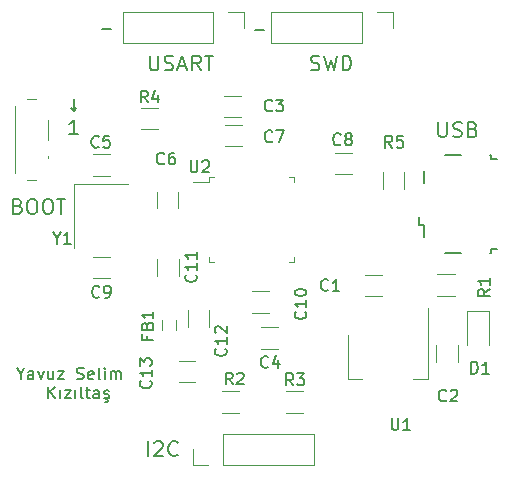
<source format=gbr>
%TF.GenerationSoftware,KiCad,Pcbnew,(6.0.10)*%
%TF.CreationDate,2023-02-14T22:37:11+03:00*%
%TF.ProjectId,BluePill,426c7565-5069-46c6-9c2e-6b696361645f,rev?*%
%TF.SameCoordinates,Original*%
%TF.FileFunction,Legend,Top*%
%TF.FilePolarity,Positive*%
%FSLAX46Y46*%
G04 Gerber Fmt 4.6, Leading zero omitted, Abs format (unit mm)*
G04 Created by KiCad (PCBNEW (6.0.10)) date 2023-02-14 22:37:11*
%MOMM*%
%LPD*%
G01*
G04 APERTURE LIST*
%ADD10C,0.200000*%
%ADD11C,0.150000*%
%ADD12C,0.120000*%
G04 APERTURE END LIST*
D10*
X94764742Y-76539590D02*
X94764742Y-77015780D01*
X94431409Y-76015780D02*
X94764742Y-76539590D01*
X95098076Y-76015780D01*
X95859980Y-77015780D02*
X95859980Y-76491971D01*
X95812361Y-76396733D01*
X95717123Y-76349114D01*
X95526647Y-76349114D01*
X95431409Y-76396733D01*
X95859980Y-76968161D02*
X95764742Y-77015780D01*
X95526647Y-77015780D01*
X95431409Y-76968161D01*
X95383790Y-76872923D01*
X95383790Y-76777685D01*
X95431409Y-76682447D01*
X95526647Y-76634828D01*
X95764742Y-76634828D01*
X95859980Y-76587209D01*
X96240933Y-76349114D02*
X96479028Y-77015780D01*
X96717123Y-76349114D01*
X97526647Y-76349114D02*
X97526647Y-77015780D01*
X97098076Y-76349114D02*
X97098076Y-76872923D01*
X97145695Y-76968161D01*
X97240933Y-77015780D01*
X97383790Y-77015780D01*
X97479028Y-76968161D01*
X97526647Y-76920542D01*
X97907600Y-76349114D02*
X98431409Y-76349114D01*
X97907600Y-77015780D01*
X98431409Y-77015780D01*
X99526647Y-76968161D02*
X99669504Y-77015780D01*
X99907600Y-77015780D01*
X100002838Y-76968161D01*
X100050457Y-76920542D01*
X100098076Y-76825304D01*
X100098076Y-76730066D01*
X100050457Y-76634828D01*
X100002838Y-76587209D01*
X99907600Y-76539590D01*
X99717123Y-76491971D01*
X99621885Y-76444352D01*
X99574266Y-76396733D01*
X99526647Y-76301495D01*
X99526647Y-76206257D01*
X99574266Y-76111019D01*
X99621885Y-76063400D01*
X99717123Y-76015780D01*
X99955219Y-76015780D01*
X100098076Y-76063400D01*
X100907600Y-76968161D02*
X100812361Y-77015780D01*
X100621885Y-77015780D01*
X100526647Y-76968161D01*
X100479028Y-76872923D01*
X100479028Y-76491971D01*
X100526647Y-76396733D01*
X100621885Y-76349114D01*
X100812361Y-76349114D01*
X100907600Y-76396733D01*
X100955219Y-76491971D01*
X100955219Y-76587209D01*
X100479028Y-76682447D01*
X101526647Y-77015780D02*
X101431409Y-76968161D01*
X101383790Y-76872923D01*
X101383790Y-76015780D01*
X101907600Y-77015780D02*
X101907600Y-76349114D01*
X101907600Y-76015780D02*
X101859980Y-76063400D01*
X101907600Y-76111019D01*
X101955219Y-76063400D01*
X101907600Y-76015780D01*
X101907600Y-76111019D01*
X102383790Y-77015780D02*
X102383790Y-76349114D01*
X102383790Y-76444352D02*
X102431409Y-76396733D01*
X102526647Y-76349114D01*
X102669504Y-76349114D01*
X102764742Y-76396733D01*
X102812361Y-76491971D01*
X102812361Y-77015780D01*
X102812361Y-76491971D02*
X102859980Y-76396733D01*
X102955219Y-76349114D01*
X103098076Y-76349114D01*
X103193314Y-76396733D01*
X103240933Y-76491971D01*
X103240933Y-77015780D01*
X97121885Y-78625780D02*
X97121885Y-77625780D01*
X97693314Y-78625780D02*
X97264742Y-78054352D01*
X97693314Y-77625780D02*
X97121885Y-78197209D01*
X98121885Y-78625780D02*
X98121885Y-77959114D01*
X98502838Y-77959114D02*
X99026647Y-77959114D01*
X98502838Y-78625780D01*
X99026647Y-78625780D01*
X99407600Y-78625780D02*
X99407600Y-77959114D01*
X100026647Y-78625780D02*
X99931409Y-78578161D01*
X99883790Y-78482923D01*
X99883790Y-77625780D01*
X100264742Y-77959114D02*
X100645695Y-77959114D01*
X100407600Y-77625780D02*
X100407600Y-78482923D01*
X100455219Y-78578161D01*
X100550457Y-78625780D01*
X100645695Y-78625780D01*
X101407600Y-78625780D02*
X101407600Y-78101971D01*
X101359980Y-78006733D01*
X101264742Y-77959114D01*
X101074266Y-77959114D01*
X100979028Y-78006733D01*
X101407600Y-78578161D02*
X101312361Y-78625780D01*
X101074266Y-78625780D01*
X100979028Y-78578161D01*
X100931409Y-78482923D01*
X100931409Y-78387685D01*
X100979028Y-78292447D01*
X101074266Y-78244828D01*
X101312361Y-78244828D01*
X101407600Y-78197209D01*
X101836171Y-78578161D02*
X101931409Y-78625780D01*
X102121885Y-78625780D01*
X102217123Y-78578161D01*
X102264742Y-78482923D01*
X102264742Y-78435304D01*
X102217123Y-78340066D01*
X102121885Y-78292447D01*
X101979028Y-78292447D01*
X101883790Y-78244828D01*
X101836171Y-78149590D01*
X101836171Y-78101971D01*
X101883790Y-78006733D01*
X101979028Y-77959114D01*
X102121885Y-77959114D01*
X102217123Y-78006733D01*
X102026647Y-78673400D02*
X102121885Y-78721019D01*
X102169504Y-78816257D01*
X102121885Y-78911495D01*
X102026647Y-78959114D01*
X101883790Y-78959114D01*
D11*
X114579447Y-47467828D02*
X115341352Y-47467828D01*
X101625447Y-47315428D02*
X102387352Y-47315428D01*
D10*
X99263200Y-53318445D02*
X99263200Y-54270826D01*
X99501295Y-54032730D02*
X99263200Y-54270826D01*
X99025104Y-54032730D01*
X99620342Y-56283326D02*
X98906057Y-56283326D01*
X99263200Y-56283326D02*
X99263200Y-55033326D01*
X99144152Y-55211897D01*
X99025104Y-55330945D01*
X98906057Y-55390469D01*
X94569571Y-62343914D02*
X94748142Y-62403438D01*
X94807666Y-62462961D01*
X94867190Y-62582009D01*
X94867190Y-62760580D01*
X94807666Y-62879628D01*
X94748142Y-62939152D01*
X94629095Y-62998676D01*
X94152904Y-62998676D01*
X94152904Y-61748676D01*
X94569571Y-61748676D01*
X94688619Y-61808200D01*
X94748142Y-61867723D01*
X94807666Y-61986771D01*
X94807666Y-62105819D01*
X94748142Y-62224866D01*
X94688619Y-62284390D01*
X94569571Y-62343914D01*
X94152904Y-62343914D01*
X95641000Y-61748676D02*
X95879095Y-61748676D01*
X95998142Y-61808200D01*
X96117190Y-61927247D01*
X96176714Y-62165342D01*
X96176714Y-62582009D01*
X96117190Y-62820104D01*
X95998142Y-62939152D01*
X95879095Y-62998676D01*
X95641000Y-62998676D01*
X95521952Y-62939152D01*
X95402904Y-62820104D01*
X95343380Y-62582009D01*
X95343380Y-62165342D01*
X95402904Y-61927247D01*
X95521952Y-61808200D01*
X95641000Y-61748676D01*
X96950523Y-61748676D02*
X97188619Y-61748676D01*
X97307666Y-61808200D01*
X97426714Y-61927247D01*
X97486238Y-62165342D01*
X97486238Y-62582009D01*
X97426714Y-62820104D01*
X97307666Y-62939152D01*
X97188619Y-62998676D01*
X96950523Y-62998676D01*
X96831476Y-62939152D01*
X96712428Y-62820104D01*
X96652904Y-62582009D01*
X96652904Y-62165342D01*
X96712428Y-61927247D01*
X96831476Y-61808200D01*
X96950523Y-61748676D01*
X97843380Y-61748676D02*
X98557666Y-61748676D01*
X98200523Y-62998676D02*
X98200523Y-61748676D01*
X105561361Y-83521876D02*
X105561361Y-82271876D01*
X106097076Y-82390923D02*
X106156600Y-82331400D01*
X106275647Y-82271876D01*
X106573266Y-82271876D01*
X106692314Y-82331400D01*
X106751838Y-82390923D01*
X106811361Y-82509971D01*
X106811361Y-82629019D01*
X106751838Y-82807590D01*
X106037552Y-83521876D01*
X106811361Y-83521876D01*
X108061361Y-83402828D02*
X108001838Y-83462352D01*
X107823266Y-83521876D01*
X107704219Y-83521876D01*
X107525647Y-83462352D01*
X107406600Y-83343304D01*
X107347076Y-83224257D01*
X107287552Y-82986161D01*
X107287552Y-82807590D01*
X107347076Y-82569495D01*
X107406600Y-82450447D01*
X107525647Y-82331400D01*
X107704219Y-82271876D01*
X107823266Y-82271876D01*
X108001838Y-82331400D01*
X108061361Y-82390923D01*
X105716314Y-49607476D02*
X105716314Y-50619380D01*
X105775838Y-50738428D01*
X105835361Y-50797952D01*
X105954409Y-50857476D01*
X106192504Y-50857476D01*
X106311552Y-50797952D01*
X106371076Y-50738428D01*
X106430600Y-50619380D01*
X106430600Y-49607476D01*
X106966314Y-50797952D02*
X107144885Y-50857476D01*
X107442504Y-50857476D01*
X107561552Y-50797952D01*
X107621076Y-50738428D01*
X107680600Y-50619380D01*
X107680600Y-50500333D01*
X107621076Y-50381285D01*
X107561552Y-50321761D01*
X107442504Y-50262238D01*
X107204409Y-50202714D01*
X107085361Y-50143190D01*
X107025838Y-50083666D01*
X106966314Y-49964619D01*
X106966314Y-49845571D01*
X107025838Y-49726523D01*
X107085361Y-49667000D01*
X107204409Y-49607476D01*
X107502028Y-49607476D01*
X107680600Y-49667000D01*
X108156790Y-50500333D02*
X108752028Y-50500333D01*
X108037742Y-50857476D02*
X108454409Y-49607476D01*
X108871076Y-50857476D01*
X110002028Y-50857476D02*
X109585361Y-50262238D01*
X109287742Y-50857476D02*
X109287742Y-49607476D01*
X109763933Y-49607476D01*
X109882980Y-49667000D01*
X109942504Y-49726523D01*
X110002028Y-49845571D01*
X110002028Y-50024142D01*
X109942504Y-50143190D01*
X109882980Y-50202714D01*
X109763933Y-50262238D01*
X109287742Y-50262238D01*
X110359171Y-49607476D02*
X111073457Y-49607476D01*
X110716314Y-50857476D02*
X110716314Y-49607476D01*
X119359971Y-50797952D02*
X119538542Y-50857476D01*
X119836161Y-50857476D01*
X119955209Y-50797952D01*
X120014733Y-50738428D01*
X120074257Y-50619380D01*
X120074257Y-50500333D01*
X120014733Y-50381285D01*
X119955209Y-50321761D01*
X119836161Y-50262238D01*
X119598066Y-50202714D01*
X119479019Y-50143190D01*
X119419495Y-50083666D01*
X119359971Y-49964619D01*
X119359971Y-49845571D01*
X119419495Y-49726523D01*
X119479019Y-49667000D01*
X119598066Y-49607476D01*
X119895685Y-49607476D01*
X120074257Y-49667000D01*
X120490923Y-49607476D02*
X120788542Y-50857476D01*
X121026638Y-49964619D01*
X121264733Y-50857476D01*
X121562352Y-49607476D01*
X122038542Y-50857476D02*
X122038542Y-49607476D01*
X122336161Y-49607476D01*
X122514733Y-49667000D01*
X122633780Y-49786047D01*
X122693304Y-49905095D01*
X122752828Y-50143190D01*
X122752828Y-50321761D01*
X122693304Y-50559857D01*
X122633780Y-50678904D01*
X122514733Y-50797952D01*
X122336161Y-50857476D01*
X122038542Y-50857476D01*
X130147019Y-55246276D02*
X130147019Y-56258180D01*
X130206542Y-56377228D01*
X130266066Y-56436752D01*
X130385114Y-56496276D01*
X130623209Y-56496276D01*
X130742257Y-56436752D01*
X130801780Y-56377228D01*
X130861304Y-56258180D01*
X130861304Y-55246276D01*
X131397019Y-56436752D02*
X131575590Y-56496276D01*
X131873209Y-56496276D01*
X131992257Y-56436752D01*
X132051780Y-56377228D01*
X132111304Y-56258180D01*
X132111304Y-56139133D01*
X132051780Y-56020085D01*
X131992257Y-55960561D01*
X131873209Y-55901038D01*
X131635114Y-55841514D01*
X131516066Y-55781990D01*
X131456542Y-55722466D01*
X131397019Y-55603419D01*
X131397019Y-55484371D01*
X131456542Y-55365323D01*
X131516066Y-55305800D01*
X131635114Y-55246276D01*
X131932733Y-55246276D01*
X132111304Y-55305800D01*
X133063685Y-55841514D02*
X133242257Y-55901038D01*
X133301780Y-55960561D01*
X133361304Y-56079609D01*
X133361304Y-56258180D01*
X133301780Y-56377228D01*
X133242257Y-56436752D01*
X133123209Y-56496276D01*
X132647019Y-56496276D01*
X132647019Y-55246276D01*
X133063685Y-55246276D01*
X133182733Y-55305800D01*
X133242257Y-55365323D01*
X133301780Y-55484371D01*
X133301780Y-55603419D01*
X133242257Y-55722466D01*
X133182733Y-55781990D01*
X133063685Y-55841514D01*
X132647019Y-55841514D01*
D11*
%TO.C,C5*%
X101382533Y-57303942D02*
X101334914Y-57351561D01*
X101192057Y-57399180D01*
X101096819Y-57399180D01*
X100953961Y-57351561D01*
X100858723Y-57256323D01*
X100811104Y-57161085D01*
X100763485Y-56970609D01*
X100763485Y-56827752D01*
X100811104Y-56637276D01*
X100858723Y-56542038D01*
X100953961Y-56446800D01*
X101096819Y-56399180D01*
X101192057Y-56399180D01*
X101334914Y-56446800D01*
X101382533Y-56494419D01*
X102287295Y-56399180D02*
X101811104Y-56399180D01*
X101763485Y-56875371D01*
X101811104Y-56827752D01*
X101906342Y-56780133D01*
X102144438Y-56780133D01*
X102239676Y-56827752D01*
X102287295Y-56875371D01*
X102334914Y-56970609D01*
X102334914Y-57208704D01*
X102287295Y-57303942D01*
X102239676Y-57351561D01*
X102144438Y-57399180D01*
X101906342Y-57399180D01*
X101811104Y-57351561D01*
X101763485Y-57303942D01*
%TO.C,C1*%
X120813533Y-69445142D02*
X120765914Y-69492761D01*
X120623057Y-69540380D01*
X120527819Y-69540380D01*
X120384961Y-69492761D01*
X120289723Y-69397523D01*
X120242104Y-69302285D01*
X120194485Y-69111809D01*
X120194485Y-68968952D01*
X120242104Y-68778476D01*
X120289723Y-68683238D01*
X120384961Y-68588000D01*
X120527819Y-68540380D01*
X120623057Y-68540380D01*
X120765914Y-68588000D01*
X120813533Y-68635619D01*
X121765914Y-69540380D02*
X121194485Y-69540380D01*
X121480200Y-69540380D02*
X121480200Y-68540380D01*
X121384961Y-68683238D01*
X121289723Y-68778476D01*
X121194485Y-68826095D01*
%TO.C,C13*%
X105767142Y-77147657D02*
X105814761Y-77195276D01*
X105862380Y-77338133D01*
X105862380Y-77433371D01*
X105814761Y-77576228D01*
X105719523Y-77671466D01*
X105624285Y-77719085D01*
X105433809Y-77766704D01*
X105290952Y-77766704D01*
X105100476Y-77719085D01*
X105005238Y-77671466D01*
X104910000Y-77576228D01*
X104862380Y-77433371D01*
X104862380Y-77338133D01*
X104910000Y-77195276D01*
X104957619Y-77147657D01*
X105862380Y-76195276D02*
X105862380Y-76766704D01*
X105862380Y-76480990D02*
X104862380Y-76480990D01*
X105005238Y-76576228D01*
X105100476Y-76671466D01*
X105148095Y-76766704D01*
X104862380Y-75861942D02*
X104862380Y-75242895D01*
X105243333Y-75576228D01*
X105243333Y-75433371D01*
X105290952Y-75338133D01*
X105338571Y-75290514D01*
X105433809Y-75242895D01*
X105671904Y-75242895D01*
X105767142Y-75290514D01*
X105814761Y-75338133D01*
X105862380Y-75433371D01*
X105862380Y-75719085D01*
X105814761Y-75814323D01*
X105767142Y-75861942D01*
%TO.C,FB1*%
X105490971Y-73324933D02*
X105490971Y-73658266D01*
X106014780Y-73658266D02*
X105014780Y-73658266D01*
X105014780Y-73182076D01*
X105490971Y-72467790D02*
X105538590Y-72324933D01*
X105586209Y-72277314D01*
X105681447Y-72229695D01*
X105824304Y-72229695D01*
X105919542Y-72277314D01*
X105967161Y-72324933D01*
X106014780Y-72420171D01*
X106014780Y-72801123D01*
X105014780Y-72801123D01*
X105014780Y-72467790D01*
X105062400Y-72372552D01*
X105110019Y-72324933D01*
X105205257Y-72277314D01*
X105300495Y-72277314D01*
X105395733Y-72324933D01*
X105443352Y-72372552D01*
X105490971Y-72467790D01*
X105490971Y-72801123D01*
X106014780Y-71277314D02*
X106014780Y-71848742D01*
X106014780Y-71563028D02*
X105014780Y-71563028D01*
X105157638Y-71658266D01*
X105252876Y-71753504D01*
X105300495Y-71848742D01*
%TO.C,C6*%
X106919733Y-58726342D02*
X106872114Y-58773961D01*
X106729257Y-58821580D01*
X106634019Y-58821580D01*
X106491161Y-58773961D01*
X106395923Y-58678723D01*
X106348304Y-58583485D01*
X106300685Y-58393009D01*
X106300685Y-58250152D01*
X106348304Y-58059676D01*
X106395923Y-57964438D01*
X106491161Y-57869200D01*
X106634019Y-57821580D01*
X106729257Y-57821580D01*
X106872114Y-57869200D01*
X106919733Y-57916819D01*
X107776876Y-57821580D02*
X107586400Y-57821580D01*
X107491161Y-57869200D01*
X107443542Y-57916819D01*
X107348304Y-58059676D01*
X107300685Y-58250152D01*
X107300685Y-58631104D01*
X107348304Y-58726342D01*
X107395923Y-58773961D01*
X107491161Y-58821580D01*
X107681638Y-58821580D01*
X107776876Y-58773961D01*
X107824495Y-58726342D01*
X107872114Y-58631104D01*
X107872114Y-58393009D01*
X107824495Y-58297771D01*
X107776876Y-58250152D01*
X107681638Y-58202533D01*
X107491161Y-58202533D01*
X107395923Y-58250152D01*
X107348304Y-58297771D01*
X107300685Y-58393009D01*
%TO.C,R3*%
X117841733Y-77515980D02*
X117508400Y-77039790D01*
X117270304Y-77515980D02*
X117270304Y-76515980D01*
X117651257Y-76515980D01*
X117746495Y-76563600D01*
X117794114Y-76611219D01*
X117841733Y-76706457D01*
X117841733Y-76849314D01*
X117794114Y-76944552D01*
X117746495Y-76992171D01*
X117651257Y-77039790D01*
X117270304Y-77039790D01*
X118175066Y-76515980D02*
X118794114Y-76515980D01*
X118460780Y-76896933D01*
X118603638Y-76896933D01*
X118698876Y-76944552D01*
X118746495Y-76992171D01*
X118794114Y-77087409D01*
X118794114Y-77325504D01*
X118746495Y-77420742D01*
X118698876Y-77468361D01*
X118603638Y-77515980D01*
X118317923Y-77515980D01*
X118222685Y-77468361D01*
X118175066Y-77420742D01*
%TO.C,R5*%
X126223733Y-57399180D02*
X125890400Y-56922990D01*
X125652304Y-57399180D02*
X125652304Y-56399180D01*
X126033257Y-56399180D01*
X126128495Y-56446800D01*
X126176114Y-56494419D01*
X126223733Y-56589657D01*
X126223733Y-56732514D01*
X126176114Y-56827752D01*
X126128495Y-56875371D01*
X126033257Y-56922990D01*
X125652304Y-56922990D01*
X127128495Y-56399180D02*
X126652304Y-56399180D01*
X126604685Y-56875371D01*
X126652304Y-56827752D01*
X126747542Y-56780133D01*
X126985638Y-56780133D01*
X127080876Y-56827752D01*
X127128495Y-56875371D01*
X127176114Y-56970609D01*
X127176114Y-57208704D01*
X127128495Y-57303942D01*
X127080876Y-57351561D01*
X126985638Y-57399180D01*
X126747542Y-57399180D01*
X126652304Y-57351561D01*
X126604685Y-57303942D01*
%TO.C,C12*%
X112117142Y-74404457D02*
X112164761Y-74452076D01*
X112212380Y-74594933D01*
X112212380Y-74690171D01*
X112164761Y-74833028D01*
X112069523Y-74928266D01*
X111974285Y-74975885D01*
X111783809Y-75023504D01*
X111640952Y-75023504D01*
X111450476Y-74975885D01*
X111355238Y-74928266D01*
X111260000Y-74833028D01*
X111212380Y-74690171D01*
X111212380Y-74594933D01*
X111260000Y-74452076D01*
X111307619Y-74404457D01*
X112212380Y-73452076D02*
X112212380Y-74023504D01*
X112212380Y-73737790D02*
X111212380Y-73737790D01*
X111355238Y-73833028D01*
X111450476Y-73928266D01*
X111498095Y-74023504D01*
X111307619Y-73071123D02*
X111260000Y-73023504D01*
X111212380Y-72928266D01*
X111212380Y-72690171D01*
X111260000Y-72594933D01*
X111307619Y-72547314D01*
X111402857Y-72499695D01*
X111498095Y-72499695D01*
X111640952Y-72547314D01*
X112212380Y-73118742D01*
X112212380Y-72499695D01*
%TO.C,C2*%
X130795733Y-78792342D02*
X130748114Y-78839961D01*
X130605257Y-78887580D01*
X130510019Y-78887580D01*
X130367161Y-78839961D01*
X130271923Y-78744723D01*
X130224304Y-78649485D01*
X130176685Y-78459009D01*
X130176685Y-78316152D01*
X130224304Y-78125676D01*
X130271923Y-78030438D01*
X130367161Y-77935200D01*
X130510019Y-77887580D01*
X130605257Y-77887580D01*
X130748114Y-77935200D01*
X130795733Y-77982819D01*
X131176685Y-77982819D02*
X131224304Y-77935200D01*
X131319542Y-77887580D01*
X131557638Y-77887580D01*
X131652876Y-77935200D01*
X131700495Y-77982819D01*
X131748114Y-78078057D01*
X131748114Y-78173295D01*
X131700495Y-78316152D01*
X131129066Y-78887580D01*
X131748114Y-78887580D01*
%TO.C,Y1*%
X97821809Y-65050990D02*
X97821809Y-65527180D01*
X97488476Y-64527180D02*
X97821809Y-65050990D01*
X98155142Y-64527180D01*
X99012285Y-65527180D02*
X98440857Y-65527180D01*
X98726571Y-65527180D02*
X98726571Y-64527180D01*
X98631333Y-64670038D01*
X98536095Y-64765276D01*
X98440857Y-64812895D01*
%TO.C,C8*%
X121854933Y-57100742D02*
X121807314Y-57148361D01*
X121664457Y-57195980D01*
X121569219Y-57195980D01*
X121426361Y-57148361D01*
X121331123Y-57053123D01*
X121283504Y-56957885D01*
X121235885Y-56767409D01*
X121235885Y-56624552D01*
X121283504Y-56434076D01*
X121331123Y-56338838D01*
X121426361Y-56243600D01*
X121569219Y-56195980D01*
X121664457Y-56195980D01*
X121807314Y-56243600D01*
X121854933Y-56291219D01*
X122426361Y-56624552D02*
X122331123Y-56576933D01*
X122283504Y-56529314D01*
X122235885Y-56434076D01*
X122235885Y-56386457D01*
X122283504Y-56291219D01*
X122331123Y-56243600D01*
X122426361Y-56195980D01*
X122616838Y-56195980D01*
X122712076Y-56243600D01*
X122759695Y-56291219D01*
X122807314Y-56386457D01*
X122807314Y-56434076D01*
X122759695Y-56529314D01*
X122712076Y-56576933D01*
X122616838Y-56624552D01*
X122426361Y-56624552D01*
X122331123Y-56672171D01*
X122283504Y-56719790D01*
X122235885Y-56815028D01*
X122235885Y-57005504D01*
X122283504Y-57100742D01*
X122331123Y-57148361D01*
X122426361Y-57195980D01*
X122616838Y-57195980D01*
X122712076Y-57148361D01*
X122759695Y-57100742D01*
X122807314Y-57005504D01*
X122807314Y-56815028D01*
X122759695Y-56719790D01*
X122712076Y-56672171D01*
X122616838Y-56624552D01*
%TO.C,C11*%
X109602542Y-68143757D02*
X109650161Y-68191376D01*
X109697780Y-68334233D01*
X109697780Y-68429471D01*
X109650161Y-68572328D01*
X109554923Y-68667566D01*
X109459685Y-68715185D01*
X109269209Y-68762804D01*
X109126352Y-68762804D01*
X108935876Y-68715185D01*
X108840638Y-68667566D01*
X108745400Y-68572328D01*
X108697780Y-68429471D01*
X108697780Y-68334233D01*
X108745400Y-68191376D01*
X108793019Y-68143757D01*
X109697780Y-67191376D02*
X109697780Y-67762804D01*
X109697780Y-67477090D02*
X108697780Y-67477090D01*
X108840638Y-67572328D01*
X108935876Y-67667566D01*
X108983495Y-67762804D01*
X109697780Y-66238995D02*
X109697780Y-66810423D01*
X109697780Y-66524709D02*
X108697780Y-66524709D01*
X108840638Y-66619947D01*
X108935876Y-66715185D01*
X108983495Y-66810423D01*
%TO.C,U1*%
X126187295Y-80300580D02*
X126187295Y-81110104D01*
X126234914Y-81205342D01*
X126282533Y-81252961D01*
X126377771Y-81300580D01*
X126568247Y-81300580D01*
X126663485Y-81252961D01*
X126711104Y-81205342D01*
X126758723Y-81110104D01*
X126758723Y-80300580D01*
X127758723Y-81300580D02*
X127187295Y-81300580D01*
X127473009Y-81300580D02*
X127473009Y-80300580D01*
X127377771Y-80443438D01*
X127282533Y-80538676D01*
X127187295Y-80586295D01*
%TO.C,R4*%
X105522733Y-53572580D02*
X105189400Y-53096390D01*
X104951304Y-53572580D02*
X104951304Y-52572580D01*
X105332257Y-52572580D01*
X105427495Y-52620200D01*
X105475114Y-52667819D01*
X105522733Y-52763057D01*
X105522733Y-52905914D01*
X105475114Y-53001152D01*
X105427495Y-53048771D01*
X105332257Y-53096390D01*
X104951304Y-53096390D01*
X106379876Y-52905914D02*
X106379876Y-53572580D01*
X106141780Y-52524961D02*
X105903685Y-53239247D01*
X106522733Y-53239247D01*
%TO.C,R1*%
X134488180Y-69381666D02*
X134011990Y-69715000D01*
X134488180Y-69953095D02*
X133488180Y-69953095D01*
X133488180Y-69572142D01*
X133535800Y-69476904D01*
X133583419Y-69429285D01*
X133678657Y-69381666D01*
X133821514Y-69381666D01*
X133916752Y-69429285D01*
X133964371Y-69476904D01*
X134011990Y-69572142D01*
X134011990Y-69953095D01*
X134488180Y-68429285D02*
X134488180Y-69000714D01*
X134488180Y-68715000D02*
X133488180Y-68715000D01*
X133631038Y-68810238D01*
X133726276Y-68905476D01*
X133773895Y-69000714D01*
%TO.C,D1*%
X132916704Y-76525380D02*
X132916704Y-75525380D01*
X133154800Y-75525380D01*
X133297657Y-75573000D01*
X133392895Y-75668238D01*
X133440514Y-75763476D01*
X133488133Y-75953952D01*
X133488133Y-76096809D01*
X133440514Y-76287285D01*
X133392895Y-76382523D01*
X133297657Y-76477761D01*
X133154800Y-76525380D01*
X132916704Y-76525380D01*
X134440514Y-76525380D02*
X133869085Y-76525380D01*
X134154800Y-76525380D02*
X134154800Y-75525380D01*
X134059561Y-75668238D01*
X133964323Y-75763476D01*
X133869085Y-75811095D01*
%TO.C,C9*%
X101433333Y-70003942D02*
X101385714Y-70051561D01*
X101242857Y-70099180D01*
X101147619Y-70099180D01*
X101004761Y-70051561D01*
X100909523Y-69956323D01*
X100861904Y-69861085D01*
X100814285Y-69670609D01*
X100814285Y-69527752D01*
X100861904Y-69337276D01*
X100909523Y-69242038D01*
X101004761Y-69146800D01*
X101147619Y-69099180D01*
X101242857Y-69099180D01*
X101385714Y-69146800D01*
X101433333Y-69194419D01*
X101909523Y-70099180D02*
X102100000Y-70099180D01*
X102195238Y-70051561D01*
X102242857Y-70003942D01*
X102338095Y-69861085D01*
X102385714Y-69670609D01*
X102385714Y-69289657D01*
X102338095Y-69194419D01*
X102290476Y-69146800D01*
X102195238Y-69099180D01*
X102004761Y-69099180D01*
X101909523Y-69146800D01*
X101861904Y-69194419D01*
X101814285Y-69289657D01*
X101814285Y-69527752D01*
X101861904Y-69622990D01*
X101909523Y-69670609D01*
X102004761Y-69718228D01*
X102195238Y-69718228D01*
X102290476Y-69670609D01*
X102338095Y-69622990D01*
X102385714Y-69527752D01*
%TO.C,R2*%
X112710933Y-77439780D02*
X112377600Y-76963590D01*
X112139504Y-77439780D02*
X112139504Y-76439780D01*
X112520457Y-76439780D01*
X112615695Y-76487400D01*
X112663314Y-76535019D01*
X112710933Y-76630257D01*
X112710933Y-76773114D01*
X112663314Y-76868352D01*
X112615695Y-76915971D01*
X112520457Y-76963590D01*
X112139504Y-76963590D01*
X113091885Y-76535019D02*
X113139504Y-76487400D01*
X113234742Y-76439780D01*
X113472838Y-76439780D01*
X113568076Y-76487400D01*
X113615695Y-76535019D01*
X113663314Y-76630257D01*
X113663314Y-76725495D01*
X113615695Y-76868352D01*
X113044266Y-77439780D01*
X113663314Y-77439780D01*
%TO.C,C4*%
X115733533Y-75947542D02*
X115685914Y-75995161D01*
X115543057Y-76042780D01*
X115447819Y-76042780D01*
X115304961Y-75995161D01*
X115209723Y-75899923D01*
X115162104Y-75804685D01*
X115114485Y-75614209D01*
X115114485Y-75471352D01*
X115162104Y-75280876D01*
X115209723Y-75185638D01*
X115304961Y-75090400D01*
X115447819Y-75042780D01*
X115543057Y-75042780D01*
X115685914Y-75090400D01*
X115733533Y-75138019D01*
X116590676Y-75376114D02*
X116590676Y-76042780D01*
X116352580Y-74995161D02*
X116114485Y-75709447D01*
X116733533Y-75709447D01*
%TO.C,C3*%
X116063733Y-54230542D02*
X116016114Y-54278161D01*
X115873257Y-54325780D01*
X115778019Y-54325780D01*
X115635161Y-54278161D01*
X115539923Y-54182923D01*
X115492304Y-54087685D01*
X115444685Y-53897209D01*
X115444685Y-53754352D01*
X115492304Y-53563876D01*
X115539923Y-53468638D01*
X115635161Y-53373400D01*
X115778019Y-53325780D01*
X115873257Y-53325780D01*
X116016114Y-53373400D01*
X116063733Y-53421019D01*
X116397066Y-53325780D02*
X117016114Y-53325780D01*
X116682780Y-53706733D01*
X116825638Y-53706733D01*
X116920876Y-53754352D01*
X116968495Y-53801971D01*
X117016114Y-53897209D01*
X117016114Y-54135304D01*
X116968495Y-54230542D01*
X116920876Y-54278161D01*
X116825638Y-54325780D01*
X116539923Y-54325780D01*
X116444685Y-54278161D01*
X116397066Y-54230542D01*
%TO.C,C10*%
X118873542Y-71280257D02*
X118921161Y-71327876D01*
X118968780Y-71470733D01*
X118968780Y-71565971D01*
X118921161Y-71708828D01*
X118825923Y-71804066D01*
X118730685Y-71851685D01*
X118540209Y-71899304D01*
X118397352Y-71899304D01*
X118206876Y-71851685D01*
X118111638Y-71804066D01*
X118016400Y-71708828D01*
X117968780Y-71565971D01*
X117968780Y-71470733D01*
X118016400Y-71327876D01*
X118064019Y-71280257D01*
X118968780Y-70327876D02*
X118968780Y-70899304D01*
X118968780Y-70613590D02*
X117968780Y-70613590D01*
X118111638Y-70708828D01*
X118206876Y-70804066D01*
X118254495Y-70899304D01*
X117968780Y-69708828D02*
X117968780Y-69613590D01*
X118016400Y-69518352D01*
X118064019Y-69470733D01*
X118159257Y-69423114D01*
X118349733Y-69375495D01*
X118587828Y-69375495D01*
X118778304Y-69423114D01*
X118873542Y-69470733D01*
X118921161Y-69518352D01*
X118968780Y-69613590D01*
X118968780Y-69708828D01*
X118921161Y-69804066D01*
X118873542Y-69851685D01*
X118778304Y-69899304D01*
X118587828Y-69946923D01*
X118349733Y-69946923D01*
X118159257Y-69899304D01*
X118064019Y-69851685D01*
X118016400Y-69804066D01*
X117968780Y-69708828D01*
%TO.C,C7*%
X116063733Y-56846742D02*
X116016114Y-56894361D01*
X115873257Y-56941980D01*
X115778019Y-56941980D01*
X115635161Y-56894361D01*
X115539923Y-56799123D01*
X115492304Y-56703885D01*
X115444685Y-56513409D01*
X115444685Y-56370552D01*
X115492304Y-56180076D01*
X115539923Y-56084838D01*
X115635161Y-55989600D01*
X115778019Y-55941980D01*
X115873257Y-55941980D01*
X116016114Y-55989600D01*
X116063733Y-56037219D01*
X116397066Y-55941980D02*
X117063733Y-55941980D01*
X116635161Y-56941980D01*
%TO.C,U2*%
X109169295Y-58481980D02*
X109169295Y-59291504D01*
X109216914Y-59386742D01*
X109264533Y-59434361D01*
X109359771Y-59481980D01*
X109550247Y-59481980D01*
X109645485Y-59434361D01*
X109693104Y-59386742D01*
X109740723Y-59291504D01*
X109740723Y-58481980D01*
X110169295Y-58577219D02*
X110216914Y-58529600D01*
X110312152Y-58481980D01*
X110550247Y-58481980D01*
X110645485Y-58529600D01*
X110693104Y-58577219D01*
X110740723Y-58672457D01*
X110740723Y-58767695D01*
X110693104Y-58910552D01*
X110121676Y-59481980D01*
X110740723Y-59481980D01*
D12*
%TO.C,C5*%
X102311252Y-57941800D02*
X100888748Y-57941800D01*
X102311252Y-59761800D02*
X100888748Y-59761800D01*
%TO.C,C1*%
X123926548Y-68152600D02*
X125349052Y-68152600D01*
X123926548Y-69972600D02*
X125349052Y-69972600D01*
%TO.C,C13*%
X108153148Y-77262400D02*
X109575652Y-77262400D01*
X108153148Y-75442400D02*
X109575652Y-75442400D01*
%TO.C,FB1*%
X106780400Y-72030558D02*
X106780400Y-72851042D01*
X107900400Y-72030558D02*
X107900400Y-72851042D01*
%TO.C,C6*%
X106303400Y-61112348D02*
X106303400Y-62534852D01*
X108123400Y-61112348D02*
X108123400Y-62534852D01*
%TO.C,SW1*%
X96070000Y-53241200D02*
X95280000Y-53241200D01*
X97120000Y-58091200D02*
X97120000Y-58291200D01*
X95280000Y-60141200D02*
X96070000Y-60141200D01*
X94270000Y-53841200D02*
X94270000Y-59541200D01*
X97120000Y-55091200D02*
X97120000Y-56791200D01*
%TO.C,R3*%
X118659264Y-79853200D02*
X117205136Y-79853200D01*
X118659264Y-78033200D02*
X117205136Y-78033200D01*
%TO.C,R5*%
X127249600Y-59470936D02*
X127249600Y-60925064D01*
X125429600Y-59470936D02*
X125429600Y-60925064D01*
%TO.C,C12*%
X110739600Y-71170748D02*
X110739600Y-72593252D01*
X108919600Y-71170748D02*
X108919600Y-72593252D01*
%TO.C,C2*%
X129976200Y-75514252D02*
X129976200Y-74091748D01*
X131796200Y-75514252D02*
X131796200Y-74091748D01*
%TO.C,J1*%
X111089600Y-45914000D02*
X111089600Y-48574000D01*
X103409600Y-45914000D02*
X103409600Y-48574000D01*
X112359600Y-45914000D02*
X113689600Y-45914000D01*
X113689600Y-45914000D02*
X113689600Y-47244000D01*
X111089600Y-48574000D02*
X103409600Y-48574000D01*
X111089600Y-45914000D02*
X103409600Y-45914000D01*
%TO.C,Y1*%
X99324600Y-60469800D02*
X99324600Y-65869800D01*
X103824600Y-60469800D02*
X99324600Y-60469800D01*
%TO.C,C8*%
X121411948Y-57814800D02*
X122834452Y-57814800D01*
X121411948Y-59634800D02*
X122834452Y-59634800D01*
%TO.C,J2*%
X109347800Y-84261000D02*
X109347800Y-82931000D01*
X111947800Y-84261000D02*
X119627800Y-84261000D01*
X119627800Y-84261000D02*
X119627800Y-81601000D01*
X110677800Y-84261000D02*
X109347800Y-84261000D01*
X111947800Y-84261000D02*
X111947800Y-81601000D01*
X111947800Y-81601000D02*
X119627800Y-81601000D01*
%TO.C,C11*%
X108148800Y-68275252D02*
X108148800Y-66852748D01*
X106328800Y-68275252D02*
X106328800Y-66852748D01*
%TO.C,U1*%
X129267000Y-77017800D02*
X128007000Y-77017800D01*
X122447000Y-77017800D02*
X123707000Y-77017800D01*
X122447000Y-73257800D02*
X122447000Y-77017800D01*
X129267000Y-71007800D02*
X129267000Y-77017800D01*
%TO.C,R4*%
X104962336Y-54030200D02*
X106416464Y-54030200D01*
X104962336Y-55850200D02*
X106416464Y-55850200D01*
%TO.C,J3*%
X123688000Y-48574000D02*
X116008000Y-48574000D01*
X124958000Y-45914000D02*
X126288000Y-45914000D01*
X126288000Y-45914000D02*
X126288000Y-47244000D01*
X116008000Y-45914000D02*
X116008000Y-48574000D01*
X123688000Y-45914000D02*
X123688000Y-48574000D01*
X123688000Y-45914000D02*
X116008000Y-45914000D01*
%TO.C,R1*%
X131511664Y-68127200D02*
X130057536Y-68127200D01*
X131511664Y-69947200D02*
X130057536Y-69947200D01*
%TO.C,D1*%
X134462400Y-74075800D02*
X134462400Y-71215800D01*
X132542400Y-71215800D02*
X132542400Y-74075800D01*
X134462400Y-71215800D02*
X132542400Y-71215800D01*
D11*
%TO.C,J4*%
X134475000Y-66320000D02*
X134625000Y-66320000D01*
X132075000Y-58020000D02*
X130675000Y-58020000D01*
X134625000Y-58320000D02*
X134625000Y-58020000D01*
X134625000Y-66320000D02*
X134625000Y-66020000D01*
X130675000Y-66320000D02*
X132075000Y-66320000D01*
X134625000Y-66020000D02*
X135075000Y-66020000D01*
X128925000Y-63970000D02*
X128925000Y-64970000D01*
X128500000Y-63970000D02*
X128925000Y-63970000D01*
X128500000Y-63245000D02*
X128500000Y-63970000D01*
X135075000Y-58320000D02*
X134625000Y-58320000D01*
X128925000Y-60370000D02*
X128925000Y-59370000D01*
X134625000Y-58020000D02*
X134475000Y-58020000D01*
D12*
%TO.C,C9*%
X102336652Y-68474000D02*
X100914148Y-68474000D01*
X102336652Y-66654000D02*
X100914148Y-66654000D01*
%TO.C,R2*%
X111820336Y-79827800D02*
X113274464Y-79827800D01*
X111820336Y-78007800D02*
X113274464Y-78007800D01*
%TO.C,C4*%
X115138148Y-74443000D02*
X116560652Y-74443000D01*
X115138148Y-72623000D02*
X116560652Y-72623000D01*
%TO.C,C3*%
X112013948Y-54808800D02*
X113436452Y-54808800D01*
X112013948Y-52988800D02*
X113436452Y-52988800D01*
%TO.C,C10*%
X115773252Y-71369600D02*
X114350748Y-71369600D01*
X115773252Y-69549600D02*
X114350748Y-69549600D01*
%TO.C,C7*%
X112064748Y-55478000D02*
X113487252Y-55478000D01*
X112064748Y-57298000D02*
X113487252Y-57298000D01*
%TO.C,U2*%
X117460000Y-59890000D02*
X117910000Y-59890000D01*
X117460000Y-67110000D02*
X117910000Y-67110000D01*
X117910000Y-59890000D02*
X117910000Y-60340000D01*
X117910000Y-67110000D02*
X117910000Y-66660000D01*
X111140000Y-67110000D02*
X110690000Y-67110000D01*
X111140000Y-59890000D02*
X110690000Y-59890000D01*
X110690000Y-67110000D02*
X110690000Y-66660000D01*
X110690000Y-60340000D02*
X109400000Y-60340000D01*
X110690000Y-59890000D02*
X110690000Y-60340000D01*
%TD*%
M02*

</source>
